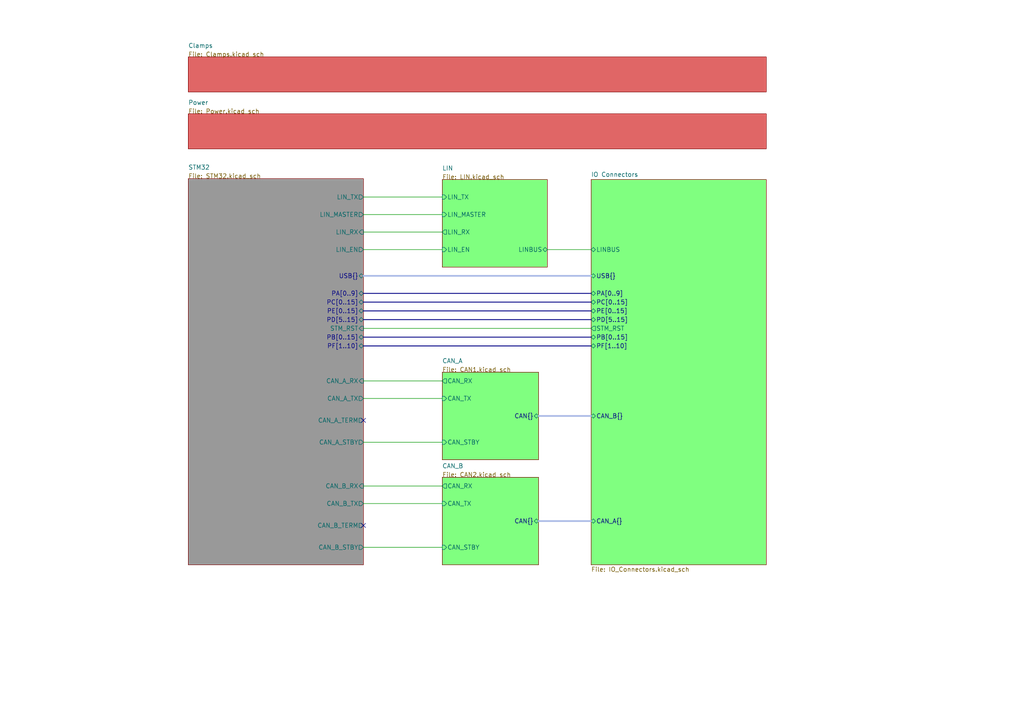
<source format=kicad_sch>
(kicad_sch
	(version 20250114)
	(generator "eeschema")
	(generator_version "9.0")
	(uuid "3eee56ed-c94c-43ac-9526-50e1ed2db80d")
	(paper "A4")
	(lib_symbols)
	(no_connect
		(at 105.41 152.4)
		(uuid "6d188109-c264-4743-95ad-e9550d3a1a33")
	)
	(no_connect
		(at 105.41 121.92)
		(uuid "e01d86bc-4d57-4e8d-8416-799a29842318")
	)
	(wire
		(pts
			(xy 128.27 146.05) (xy 105.41 146.05)
		)
		(stroke
			(width 0)
			(type default)
		)
		(uuid "0ecb32bb-91b4-482b-a8b3-35d56563d73c")
	)
	(bus
		(pts
			(xy 105.41 97.79) (xy 171.45 97.79)
		)
		(stroke
			(width 0.254)
			(type default)
		)
		(uuid "1703d825-33c8-4628-989d-f511bb4fe030")
	)
	(wire
		(pts
			(xy 105.41 158.75) (xy 128.27 158.75)
		)
		(stroke
			(width 0)
			(type default)
		)
		(uuid "210b8db2-a96b-45dd-8fe8-632a6fddb74f")
	)
	(bus
		(pts
			(xy 156.21 120.65) (xy 171.45 120.65)
		)
		(stroke
			(width 0.508)
			(type solid)
			(color 173 188 231 1)
		)
		(uuid "252bea18-0df2-4e2b-8ef3-dbe746cb3965")
	)
	(wire
		(pts
			(xy 128.27 67.31) (xy 105.41 67.31)
		)
		(stroke
			(width 0)
			(type default)
		)
		(uuid "4714a708-bf44-4ef3-926f-97e26901866b")
	)
	(bus
		(pts
			(xy 156.21 151.13) (xy 171.45 151.13)
		)
		(stroke
			(width 0.508)
			(type solid)
			(color 173 188 231 1)
		)
		(uuid "4f63dbc2-8076-4cc3-a458-3f324b1a5e0f")
	)
	(wire
		(pts
			(xy 128.27 115.57) (xy 105.41 115.57)
		)
		(stroke
			(width 0)
			(type default)
		)
		(uuid "5a519047-9c73-4093-804c-a03efe4044ac")
	)
	(wire
		(pts
			(xy 105.41 110.49) (xy 128.27 110.49)
		)
		(stroke
			(width 0)
			(type default)
		)
		(uuid "5c6a0526-210d-46f0-b7a0-1da1fc6fad59")
	)
	(bus
		(pts
			(xy 105.41 85.09) (xy 171.45 85.09)
		)
		(stroke
			(width 0.254)
			(type default)
		)
		(uuid "653ede75-2b3b-4dd2-b1a4-2d518d59c19c")
	)
	(wire
		(pts
			(xy 105.41 95.25) (xy 171.45 95.25)
		)
		(stroke
			(width 0)
			(type default)
		)
		(uuid "7538ff72-f8dd-45a1-9554-de9cafc226e7")
	)
	(wire
		(pts
			(xy 105.41 140.97) (xy 128.27 140.97)
		)
		(stroke
			(width 0)
			(type default)
		)
		(uuid "83331f83-463f-4b36-8a5a-06b81b6ac392")
	)
	(bus
		(pts
			(xy 105.41 100.33) (xy 171.45 100.33)
		)
		(stroke
			(width 0.254)
			(type default)
		)
		(uuid "834e147c-ea65-492b-8ab4-361ce98b56a1")
	)
	(wire
		(pts
			(xy 105.41 128.27) (xy 128.27 128.27)
		)
		(stroke
			(width 0)
			(type default)
		)
		(uuid "89ba30dd-f0a5-4226-ba79-8b78017b3f58")
	)
	(wire
		(pts
			(xy 158.75 72.39) (xy 171.45 72.39)
		)
		(stroke
			(width 0)
			(type default)
		)
		(uuid "a4081ba5-ebc8-4460-83e6-408e7443215a")
	)
	(wire
		(pts
			(xy 105.41 57.15) (xy 128.27 57.15)
		)
		(stroke
			(width 0)
			(type default)
		)
		(uuid "a4e1c2ad-a591-4488-8ea0-8337a2a99c22")
	)
	(bus
		(pts
			(xy 105.41 90.17) (xy 171.45 90.17)
		)
		(stroke
			(width 0.254)
			(type default)
		)
		(uuid "d05da0ce-aba1-4c60-aa25-44ca8c5e2c24")
	)
	(bus
		(pts
			(xy 105.41 87.63) (xy 171.45 87.63)
		)
		(stroke
			(width 0.254)
			(type default)
		)
		(uuid "d7956cca-bec8-4966-946a-dba730ebd1b2")
	)
	(wire
		(pts
			(xy 105.41 72.39) (xy 128.27 72.39)
		)
		(stroke
			(width 0)
			(type default)
		)
		(uuid "dbc08b24-ce4e-4803-b887-8739a93dde66")
	)
	(bus
		(pts
			(xy 171.45 80.01) (xy 105.41 80.01)
		)
		(stroke
			(width 0.508)
			(type solid)
			(color 173 188 231 1)
		)
		(uuid "dbf18391-1f61-4fb2-87f7-6adf06ea76f4")
	)
	(wire
		(pts
			(xy 128.27 62.23) (xy 105.41 62.23)
		)
		(stroke
			(width 0)
			(type default)
		)
		(uuid "ea50f95e-9136-44ef-83bd-964a9e9b17dc")
	)
	(bus
		(pts
			(xy 105.41 92.71) (xy 171.45 92.71)
		)
		(stroke
			(width 0.254)
			(type default)
		)
		(uuid "ed270501-2a29-4c91-bd12-71a1483ca43c")
	)
	(sheet
		(at 171.45 52.07)
		(size 50.8 111.76)
		(exclude_from_sim no)
		(in_bom yes)
		(on_board yes)
		(dnp no)
		(fields_autoplaced yes)
		(stroke
			(width 0)
			(type solid)
			(color 128 0 0 1)
		)
		(fill
			(color 128 255 128 1.0000)
		)
		(uuid "1df63f1b-2cda-4109-965a-f8b1461d3fcf")
		(property "Sheetname" "IO Connectors"
			(at 171.45 51.3584 0)
			(effects
				(font
					(size 1.27 1.27)
				)
				(justify left bottom)
			)
		)
		(property "Sheetfile" "IO_Connectors.kicad_sch"
			(at 171.45 164.4146 0)
			(effects
				(font
					(size 1.27 1.27)
				)
				(justify left top)
			)
		)
		(pin "CAN_A{}" bidirectional
			(at 171.45 151.13 180)
			(uuid "af7f670f-d308-439e-a172-a2f4a4f9e791")
			(effects
				(font
					(size 1.27 1.27)
				)
				(justify left)
			)
		)
		(pin "LINBUS" bidirectional
			(at 171.45 72.39 180)
			(uuid "5278b70d-7ff4-46fc-8322-96db73c8b086")
			(effects
				(font
					(size 1.27 1.27)
				)
				(justify left)
			)
		)
		(pin "USB{}" bidirectional
			(at 171.45 80.01 180)
			(uuid "f0d8136e-a88b-421f-a77b-681ea999ab77")
			(effects
				(font
					(size 1.27 1.27)
				)
				(justify left)
			)
		)
		(pin "CAN_B{}" bidirectional
			(at 171.45 120.65 180)
			(uuid "8ab5820c-5a90-427b-8fe5-c461fbb74924")
			(effects
				(font
					(size 1.27 1.27)
				)
				(justify left)
			)
		)
		(pin "PE[0..15]" bidirectional
			(at 171.45 90.17 180)
			(uuid "954308b0-d5d9-4dc0-8ae3-82be243e2e7f")
			(effects
				(font
					(size 1.27 1.27)
				)
				(justify left)
			)
		)
		(pin "PC[0..15]" bidirectional
			(at 171.45 87.63 180)
			(uuid "768cdaf8-f996-45c3-ac75-ee0b5641bf09")
			(effects
				(font
					(size 1.27 1.27)
				)
				(justify left)
			)
		)
		(pin "PA[0..9]" bidirectional
			(at 171.45 85.09 180)
			(uuid "1e7a10b3-85db-401e-9884-9bfd99bd90aa")
			(effects
				(font
					(size 1.27 1.27)
				)
				(justify left)
			)
		)
		(pin "STM_RST" output
			(at 171.45 95.25 180)
			(uuid "2b57ae6c-db62-452d-be7c-f4bfafde4f26")
			(effects
				(font
					(size 1.27 1.27)
				)
				(justify left)
			)
		)
		(pin "PD[5..15]" bidirectional
			(at 171.45 92.71 180)
			(uuid "706142c4-d70a-46b9-a9b8-92799c506bb3")
			(effects
				(font
					(size 1.27 1.27)
				)
				(justify left)
			)
		)
		(pin "PB[0..15]" bidirectional
			(at 171.45 97.79 180)
			(uuid "b76f5518-ae9c-4d46-b358-3fb7e0d8eb1f")
			(effects
				(font
					(size 1.27 1.27)
				)
				(justify left)
			)
		)
		(pin "PF[1..10]" bidirectional
			(at 171.45 100.33 180)
			(uuid "65e29eaf-6adf-483b-b3ee-1d726f33a93f")
			(effects
				(font
					(size 1.27 1.27)
				)
				(justify left)
			)
		)
		(instances
			(project "ARDEP2_Mainboard"
				(path "/3eee56ed-c94c-43ac-9526-50e1ed2db80d"
					(page "7")
				)
			)
		)
	)
	(sheet
		(at 54.61 16.51)
		(size 167.64 10.16)
		(exclude_from_sim no)
		(in_bom yes)
		(on_board yes)
		(dnp no)
		(fields_autoplaced yes)
		(stroke
			(width 0)
			(type solid)
			(color 128 0 0 1)
		)
		(fill
			(color 224 102 102 1.0000)
		)
		(uuid "3014d1df-ed75-4149-8485-5041400e237c")
		(property "Sheetname" "Clamps"
			(at 54.61 13.97 0)
			(effects
				(font
					(size 1.27 1.27)
				)
				(justify left bottom)
			)
		)
		(property "Sheetfile" "Clamps.kicad_sch"
			(at 54.61 16.51 0)
			(effects
				(font
					(size 1.27 1.27)
				)
				(justify left bottom)
			)
		)
		(instances
			(project "ARDEP2_Mainboard"
				(path "/3eee56ed-c94c-43ac-9526-50e1ed2db80d"
					(page "15")
				)
			)
		)
	)
	(sheet
		(at 128.27 138.43)
		(size 27.94 25.4)
		(exclude_from_sim no)
		(in_bom yes)
		(on_board yes)
		(dnp no)
		(fields_autoplaced yes)
		(stroke
			(width 0)
			(type solid)
			(color 128 0 0 1)
		)
		(fill
			(color 128 255 128 1.0000)
		)
		(uuid "acd0bf43-758f-4056-83f7-ace3a7a42080")
		(property "Sheetname" "CAN_B"
			(at 128.27 135.89 0)
			(effects
				(font
					(size 1.27 1.27)
				)
				(justify left bottom)
			)
		)
		(property "Sheetfile" "CAN2.kicad_sch"
			(at 128.27 138.43 0)
			(effects
				(font
					(size 1.27 1.27)
				)
				(justify left bottom)
			)
		)
		(pin "CAN_TX" input
			(at 128.27 146.05 180)
			(uuid "7755b728-6218-41ca-9d6a-1b666f29f263")
			(effects
				(font
					(size 1.27 1.27)
				)
				(justify left)
			)
		)
		(pin "CAN_RX" output
			(at 128.27 140.97 180)
			(uuid "3ba5c7f7-60f9-47eb-a7de-3c25900566c5")
			(effects
				(font
					(size 1.27 1.27)
				)
				(justify left)
			)
		)
		(pin "CAN_STBY" input
			(at 128.27 158.75 180)
			(uuid "d7edc861-d90c-429d-ae33-8eb105495dbb")
			(effects
				(font
					(size 1.27 1.27)
				)
				(justify left)
			)
		)
		(pin "CAN{}" bidirectional
			(at 156.21 151.13 0)
			(uuid "a822ef4c-7109-45ff-aab1-d02a5fb68412")
			(effects
				(font
					(size 1.27 1.27)
				)
				(justify right)
			)
		)
		(instances
			(project "ARDEP2_Mainboard"
				(path "/3eee56ed-c94c-43ac-9526-50e1ed2db80d"
					(page "3")
				)
			)
		)
	)
	(sheet
		(at 54.61 33.02)
		(size 167.64 10.16)
		(exclude_from_sim no)
		(in_bom yes)
		(on_board yes)
		(dnp no)
		(fields_autoplaced yes)
		(stroke
			(width 0)
			(type solid)
			(color 128 0 0 1)
		)
		(fill
			(color 224 102 102 1.0000)
		)
		(uuid "c0ccd872-9f33-4f16-b36c-b6df3cee75a8")
		(property "Sheetname" "Power"
			(at 54.61 30.48 0)
			(effects
				(font
					(size 1.27 1.27)
				)
				(justify left bottom)
			)
		)
		(property "Sheetfile" "Power.kicad_sch"
			(at 54.61 33.02 0)
			(effects
				(font
					(size 1.27 1.27)
				)
				(justify left bottom)
			)
		)
		(instances
			(project "ARDEP2_Mainboard"
				(path "/3eee56ed-c94c-43ac-9526-50e1ed2db80d"
					(page "4")
				)
			)
		)
	)
	(sheet
		(at 128.27 107.95)
		(size 27.94 25.4)
		(exclude_from_sim no)
		(in_bom yes)
		(on_board yes)
		(dnp no)
		(fields_autoplaced yes)
		(stroke
			(width 0)
			(type solid)
			(color 128 0 0 1)
		)
		(fill
			(color 128 255 128 1.0000)
		)
		(uuid "ddb31101-206e-4765-916d-4e0e1be13f25")
		(property "Sheetname" "CAN_A"
			(at 128.27 105.41 0)
			(effects
				(font
					(size 1.27 1.27)
				)
				(justify left bottom)
			)
		)
		(property "Sheetfile" "CAN1.kicad_sch"
			(at 128.27 107.95 0)
			(effects
				(font
					(size 1.27 1.27)
				)
				(justify left bottom)
			)
		)
		(pin "CAN_TX" input
			(at 128.27 115.57 180)
			(uuid "367f32e5-cfd7-421e-8f44-1ecd4b5601fd")
			(effects
				(font
					(size 1.27 1.27)
				)
				(justify left)
			)
		)
		(pin "CAN_RX" output
			(at 128.27 110.49 180)
			(uuid "55edfa31-029e-4fc4-9bfa-1ed6d8f19960")
			(effects
				(font
					(size 1.27 1.27)
				)
				(justify left)
			)
		)
		(pin "CAN_STBY" input
			(at 128.27 128.27 180)
			(uuid "d545190a-baa6-45f7-992f-a835331bf67a")
			(effects
				(font
					(size 1.27 1.27)
				)
				(justify left)
			)
		)
		(pin "CAN{}" bidirectional
			(at 156.21 120.65 0)
			(uuid "cdf8e46b-80a5-448a-93cc-10c4d3b246c1")
			(effects
				(font
					(size 1.27 1.27)
				)
				(justify right)
			)
		)
		(instances
			(project "ARDEP2_Mainboard"
				(path "/3eee56ed-c94c-43ac-9526-50e1ed2db80d"
					(page "2")
				)
			)
		)
	)
	(sheet
		(at 54.61 51.816)
		(size 50.8 112.014)
		(exclude_from_sim no)
		(in_bom yes)
		(on_board yes)
		(dnp no)
		(fields_autoplaced yes)
		(stroke
			(width 0)
			(type solid)
			(color 128 0 0 1)
		)
		(fill
			(color 153 153 153 1.0000)
		)
		(uuid "ea26eaff-2d1c-43ca-b673-227aa78ada01")
		(property "Sheetname" "STM32"
			(at 54.61 49.276 0)
			(effects
				(font
					(size 1.27 1.27)
				)
				(justify left bottom)
			)
		)
		(property "Sheetfile" "STM32.kicad_sch"
			(at 54.61 51.816 0)
			(effects
				(font
					(size 1.27 1.27)
				)
				(justify left bottom)
			)
		)
		(pin "LIN_TX" output
			(at 105.41 57.15 0)
			(uuid "df29c097-0125-4526-a97c-21b9b1dfcf7c")
			(effects
				(font
					(size 1.27 1.27)
				)
				(justify right)
			)
		)
		(pin "LIN_RX" input
			(at 105.41 67.31 0)
			(uuid "c0a3844f-0762-4e5a-8f55-823d7ad80255")
			(effects
				(font
					(size 1.27 1.27)
				)
				(justify right)
			)
		)
		(pin "LIN_EN" output
			(at 105.41 72.39 0)
			(uuid "014ef663-279d-4be2-9b7c-9c11cfbc9142")
			(effects
				(font
					(size 1.27 1.27)
				)
				(justify right)
			)
		)
		(pin "CAN_B_RX" input
			(at 105.41 140.97 0)
			(uuid "48eb6835-d4f4-4e29-afd9-b2a3097892ea")
			(effects
				(font
					(size 1.27 1.27)
				)
				(justify right)
			)
		)
		(pin "CAN_B_TX" output
			(at 105.41 146.05 0)
			(uuid "26091b4e-3aa9-4d3c-bc76-85b88f17e58d")
			(effects
				(font
					(size 1.27 1.27)
				)
				(justify right)
			)
		)
		(pin "CAN_B_STBY" output
			(at 105.41 158.75 0)
			(uuid "0ba8287d-ddad-40df-88a2-a965dde87c97")
			(effects
				(font
					(size 1.27 1.27)
				)
				(justify right)
			)
		)
		(pin "CAN_A_RX" input
			(at 105.41 110.49 0)
			(uuid "303eeb4a-023a-4c94-a7a1-a580414e9193")
			(effects
				(font
					(size 1.27 1.27)
				)
				(justify right)
			)
		)
		(pin "CAN_A_TX" output
			(at 105.41 115.57 0)
			(uuid "30825945-c84f-449b-9812-4cde337d9b3f")
			(effects
				(font
					(size 1.27 1.27)
				)
				(justify right)
			)
		)
		(pin "CAN_A_STBY" output
			(at 105.41 128.27 0)
			(uuid "b1cca1ce-15e7-4e03-9b4d-3fd28e48a20e")
			(effects
				(font
					(size 1.27 1.27)
				)
				(justify right)
			)
		)
		(pin "CAN_A_TERM" output
			(at 105.41 121.92 0)
			(uuid "0ee0e969-fcca-4e0f-b5b2-14ab24f74339")
			(effects
				(font
					(size 1.27 1.27)
				)
				(justify right)
			)
		)
		(pin "CAN_B_TERM" output
			(at 105.41 152.4 0)
			(uuid "6cfd5072-e8bc-489c-8f22-e34f7562ce42")
			(effects
				(font
					(size 1.27 1.27)
				)
				(justify right)
			)
		)
		(pin "LIN_MASTER" output
			(at 105.41 62.23 0)
			(uuid "d9e57e4a-ccbc-40c3-8492-d51b8e0065ae")
			(effects
				(font
					(size 1.27 1.27)
				)
				(justify right)
			)
		)
		(pin "PE[0..15]" bidirectional
			(at 105.41 90.17 0)
			(uuid "9a43948b-c6a3-4b1d-a176-144d4cb23c4d")
			(effects
				(font
					(size 1.27 1.27)
				)
				(justify right)
			)
		)
		(pin "USB{}" bidirectional
			(at 105.41 80.01 0)
			(uuid "4db457e6-69b6-4e67-a872-76730409b6d7")
			(effects
				(font
					(size 1.27 1.27)
				)
				(justify right)
			)
		)
		(pin "PC[0..15]" bidirectional
			(at 105.41 87.63 0)
			(uuid "f8398997-62ac-427c-a288-aa3411430b1c")
			(effects
				(font
					(size 1.27 1.27)
				)
				(justify right)
			)
		)
		(pin "PA[0..9]" bidirectional
			(at 105.41 85.09 0)
			(uuid "92e5e1d2-24c7-4308-a379-dff6eeb9bb4f")
			(effects
				(font
					(size 1.27 1.27)
				)
				(justify right)
			)
		)
		(pin "PD[5..15]" bidirectional
			(at 105.41 92.71 0)
			(uuid "20ee328a-e6af-4ac3-a234-38fafc3b7c5a")
			(effects
				(font
					(size 1.27 1.27)
				)
				(justify right)
			)
		)
		(pin "STM_RST" input
			(at 105.41 95.25 0)
			(uuid "6ddb0923-5c11-4c88-aa48-b115796ae848")
			(effects
				(font
					(size 1.27 1.27)
				)
				(justify right)
			)
		)
		(pin "PB[0..15]" bidirectional
			(at 105.41 97.79 0)
			(uuid "6ee5e03b-8e23-45ad-89e7-0f4c535bcfd6")
			(effects
				(font
					(size 1.27 1.27)
				)
				(justify right)
			)
		)
		(pin "PF[1..10]" bidirectional
			(at 105.41 100.33 0)
			(uuid "6f0c5ab6-73d0-467d-bde0-d376bfd3db67")
			(effects
				(font
					(size 1.27 1.27)
				)
				(justify right)
			)
		)
		(instances
			(project "ARDEP2_Mainboard"
				(path "/3eee56ed-c94c-43ac-9526-50e1ed2db80d"
					(page "6")
				)
			)
		)
	)
	(sheet
		(at 128.27 52.07)
		(size 30.48 25.4)
		(exclude_from_sim no)
		(in_bom yes)
		(on_board yes)
		(dnp no)
		(fields_autoplaced yes)
		(stroke
			(width 0)
			(type solid)
			(color 128 0 0 1)
		)
		(fill
			(color 128 255 128 1.0000)
		)
		(uuid "fb431357-c009-4e09-9ce5-9d8e6464c4b1")
		(property "Sheetname" "LIN"
			(at 128.27 49.53 0)
			(effects
				(font
					(size 1.27 1.27)
				)
				(justify left bottom)
			)
		)
		(property "Sheetfile" "LIN.kicad_sch"
			(at 128.27 52.07 0)
			(effects
				(font
					(size 1.27 1.27)
				)
				(justify left bottom)
			)
		)
		(pin "LIN_TX" input
			(at 128.27 57.15 180)
			(uuid "cae13d9a-2f66-468b-b960-233c4dedd2c7")
			(effects
				(font
					(size 1.27 1.27)
				)
				(justify left)
			)
		)
		(pin "LIN_RX" output
			(at 128.27 67.31 180)
			(uuid "21f78ec7-480b-4977-9a8c-411758fa8959")
			(effects
				(font
					(size 1.27 1.27)
				)
				(justify left)
			)
		)
		(pin "LIN_EN" input
			(at 128.27 72.39 180)
			(uuid "e28dba0a-78f1-4a26-9873-1b4dc84519f6")
			(effects
				(font
					(size 1.27 1.27)
				)
				(justify left)
			)
		)
		(pin "LINBUS" bidirectional
			(at 158.75 72.39 0)
			(uuid "d5215521-71c8-4cab-b731-02a762f50b11")
			(effects
				(font
					(size 1.27 1.27)
				)
				(justify right)
			)
		)
		(pin "LIN_MASTER" input
			(at 128.27 62.23 180)
			(uuid "28791f6c-f466-4865-8c4a-4421b20eebf6")
			(effects
				(font
					(size 1.27 1.27)
				)
				(justify left)
			)
		)
		(instances
			(project "ARDEP2_Mainboard"
				(path "/3eee56ed-c94c-43ac-9526-50e1ed2db80d"
					(page "5")
				)
			)
		)
	)
	(sheet_instances
		(path "/"
			(page "1")
		)
	)
	(embedded_fonts no)
)

</source>
